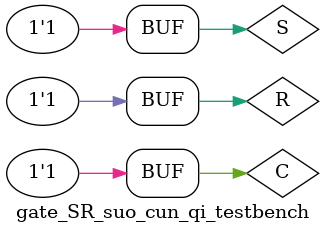
<source format=v>
`timescale 1ns / 1ps


module gate_SR_suo_cun_qi_testbench(

    );
    //inputs
    reg S,C,R;
    //outputs
    wire Q,QF;

    gate_SR_suo_cun_qi gate_SR_suo_cun_qi_uut(
        .S(S),
        .C(C),
        .R(R),
        .Q(Q),
        .QF(QF)
    );
    initial begin
        S = 1;C = 1;R = 1;
        #50;
        S = 0;R = 1;C = 1;
        #50;
        R = 0;
        #50;
        C = 0;S = 1;R = 0;
        #50;
        S = 1;R = 0;C = 1;
        #50;
        S = 0;R = 0;
        #50;
        C = 0;S = 0;R = 1;
        #50;
        C = 1;S = 1;R = 1;

    end

endmodule

</source>
